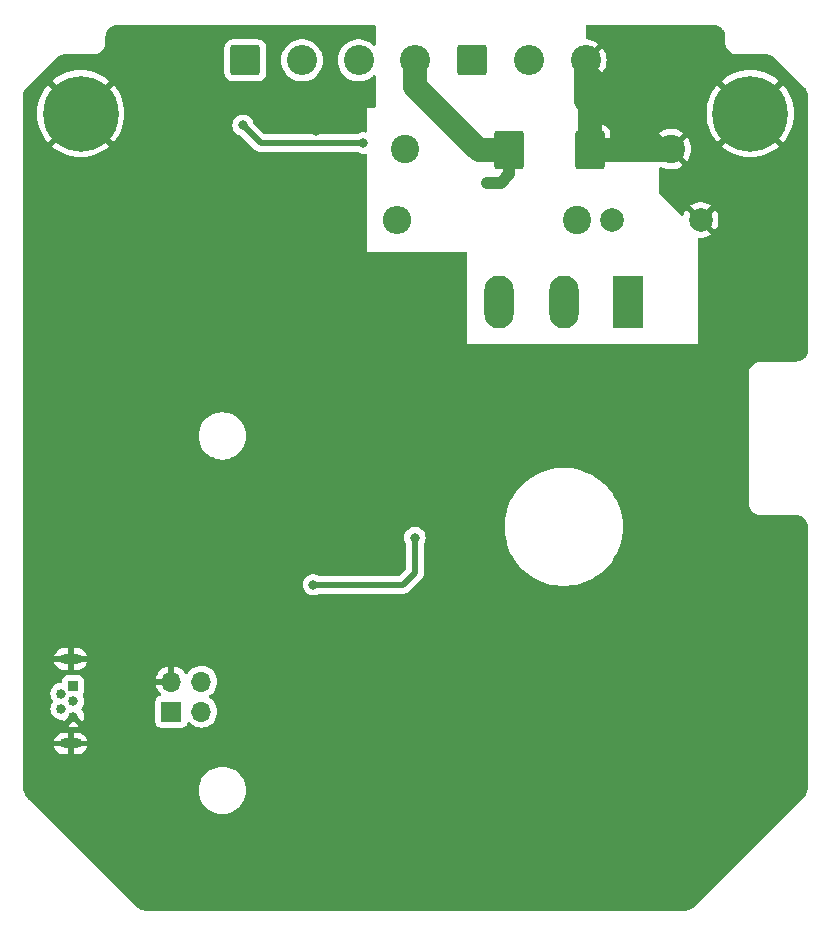
<source format=gbr>
%TF.GenerationSoftware,KiCad,Pcbnew,7.0.1*%
%TF.CreationDate,2024-04-13T10:55:35+02:00*%
%TF.ProjectId,Zuendung,5a75656e-6475-46e6-972e-6b696361645f,rev?*%
%TF.SameCoordinates,Original*%
%TF.FileFunction,Copper,L2,Bot*%
%TF.FilePolarity,Positive*%
%FSLAX46Y46*%
G04 Gerber Fmt 4.6, Leading zero omitted, Abs format (unit mm)*
G04 Created by KiCad (PCBNEW 7.0.1) date 2024-04-13 10:55:35*
%MOMM*%
%LPD*%
G01*
G04 APERTURE LIST*
G04 Aperture macros list*
%AMRoundRect*
0 Rectangle with rounded corners*
0 $1 Rounding radius*
0 $2 $3 $4 $5 $6 $7 $8 $9 X,Y pos of 4 corners*
0 Add a 4 corners polygon primitive as box body*
4,1,4,$2,$3,$4,$5,$6,$7,$8,$9,$2,$3,0*
0 Add four circle primitives for the rounded corners*
1,1,$1+$1,$2,$3*
1,1,$1+$1,$4,$5*
1,1,$1+$1,$6,$7*
1,1,$1+$1,$8,$9*
0 Add four rect primitives between the rounded corners*
20,1,$1+$1,$2,$3,$4,$5,0*
20,1,$1+$1,$4,$5,$6,$7,0*
20,1,$1+$1,$6,$7,$8,$9,0*
20,1,$1+$1,$8,$9,$2,$3,0*%
G04 Aperture macros list end*
%TA.AperFunction,ComponentPad*%
%ADD10R,1.700000X1.700000*%
%TD*%
%TA.AperFunction,ComponentPad*%
%ADD11O,1.700000X1.700000*%
%TD*%
%TA.AperFunction,ComponentPad*%
%ADD12RoundRect,0.249999X-1.025001X-1.025001X1.025001X-1.025001X1.025001X1.025001X-1.025001X1.025001X0*%
%TD*%
%TA.AperFunction,ComponentPad*%
%ADD13C,2.550000*%
%TD*%
%TA.AperFunction,ComponentPad*%
%ADD14R,2.500000X4.500000*%
%TD*%
%TA.AperFunction,ComponentPad*%
%ADD15O,2.500000X4.500000*%
%TD*%
%TA.AperFunction,ComponentPad*%
%ADD16C,2.000000*%
%TD*%
%TA.AperFunction,ComponentPad*%
%ADD17C,0.800000*%
%TD*%
%TA.AperFunction,ComponentPad*%
%ADD18C,6.400000*%
%TD*%
%TA.AperFunction,ComponentPad*%
%ADD19R,0.840000X0.840000*%
%TD*%
%TA.AperFunction,ComponentPad*%
%ADD20C,0.840000*%
%TD*%
%TA.AperFunction,ComponentPad*%
%ADD21O,1.850000X0.850000*%
%TD*%
%TA.AperFunction,ComponentPad*%
%ADD22C,2.400000*%
%TD*%
%TA.AperFunction,ComponentPad*%
%ADD23O,2.400000X2.400000*%
%TD*%
%TA.AperFunction,SMDPad,CuDef*%
%ADD24RoundRect,0.250000X-1.000000X1.400000X-1.000000X-1.400000X1.000000X-1.400000X1.000000X1.400000X0*%
%TD*%
%TA.AperFunction,ViaPad*%
%ADD25C,0.800000*%
%TD*%
%TA.AperFunction,Conductor*%
%ADD26C,2.000000*%
%TD*%
%TA.AperFunction,Conductor*%
%ADD27C,1.000000*%
%TD*%
%TA.AperFunction,Conductor*%
%ADD28C,0.500000*%
%TD*%
G04 APERTURE END LIST*
D10*
%TO.P,J2,1,Pin_1*%
%TO.N,+3V3*%
X112685000Y-130640000D03*
D11*
%TO.P,J2,2,Pin_2*%
%TO.N,GND*%
X112685000Y-128100000D03*
%TO.P,J2,3,Pin_3*%
%TO.N,/SWCLK*%
X115225000Y-130640000D03*
%TO.P,J2,4,Pin_4*%
%TO.N,/SWDIO*%
X115225000Y-128100000D03*
%TD*%
D12*
%TO.P,J5,1,Pin_1*%
%TO.N,Ignition*%
X138150000Y-75500000D03*
D13*
%TO.P,J5,2,Pin_2*%
X142950000Y-75500000D03*
%TO.P,J5,3,Pin_3*%
%TO.N,GND*%
X147750000Y-75500000D03*
%TD*%
D14*
%TO.P,Q3,1,G*%
%TO.N,Net-(Q3-G)*%
X151350000Y-96000000D03*
D15*
%TO.P,Q3,2,D*%
%TO.N,Ignition*%
X145900000Y-96000000D03*
%TO.P,Q3,3,S*%
%TO.N,Net-(Q3-S)*%
X140450000Y-96000000D03*
%TD*%
D16*
%TO.P,C8,1*%
%TO.N,GND*%
X157500000Y-89000000D03*
%TO.P,C8,2*%
%TO.N,Ignition*%
X150000000Y-89000000D03*
%TD*%
D17*
%TO.P,H1,1,1*%
%TO.N,GND*%
X102600000Y-80000000D03*
X103302944Y-78302944D03*
X103302944Y-81697056D03*
X105000000Y-77600000D03*
D18*
X105000000Y-80000000D03*
D17*
X105000000Y-82400000D03*
X106697056Y-78302944D03*
X106697056Y-81697056D03*
X107400000Y-80000000D03*
%TD*%
D19*
%TO.P,J3,1,VBUS*%
%TO.N,VBUS*%
X104375000Y-128462500D03*
D20*
%TO.P,J3,2,D-*%
%TO.N,/D-*%
X103375000Y-129112500D03*
%TO.P,J3,3,D+*%
%TO.N,/D+*%
X104375000Y-129762500D03*
%TO.P,J3,4,ID*%
%TO.N,unconnected-(J3-ID-Pad4)*%
X103375000Y-130412500D03*
%TO.P,J3,5,GND*%
%TO.N,GND*%
X104375000Y-131062500D03*
D21*
%TO.P,J3,6,Shield*%
X104155000Y-126187500D03*
X104155000Y-133337500D03*
%TD*%
D22*
%TO.P,R6,1*%
%TO.N,Ignition*%
X147000000Y-89000000D03*
D23*
%TO.P,R6,2*%
%TO.N,Net-(C7-Pad2)*%
X131760000Y-89000000D03*
%TD*%
D12*
%TO.P,J1,1,Pin_1*%
%TO.N,SpeedSignalPlus*%
X118950000Y-75500000D03*
D13*
%TO.P,J1,2,Pin_2*%
%TO.N,SpeedSignalMinus*%
X123750000Y-75500000D03*
%TO.P,J1,3,Pin_3*%
%TO.N,FuelRelay*%
X128550000Y-75500000D03*
%TO.P,J1,4,Pin_4*%
%TO.N,VCC*%
X133350000Y-75500000D03*
%TD*%
D22*
%TO.P,C7,1*%
%TO.N,GND*%
X155000000Y-83000000D03*
%TO.P,C7,2*%
%TO.N,Net-(C7-Pad2)*%
X132500000Y-83000000D03*
%TD*%
D17*
%TO.P,H2,1,1*%
%TO.N,GND*%
X159300000Y-80000000D03*
X160002944Y-78302944D03*
X160002944Y-81697056D03*
X161700000Y-77600000D03*
D18*
X161700000Y-80000000D03*
D17*
X161700000Y-82400000D03*
X163397056Y-78302944D03*
X163397056Y-81697056D03*
X164100000Y-80000000D03*
%TD*%
D24*
%TO.P,D5,1,K*%
%TO.N,VCC*%
X141300000Y-83100000D03*
%TO.P,D5,2,A*%
%TO.N,GND*%
X148100000Y-83100000D03*
%TD*%
D25*
%TO.N,GND*%
X143500000Y-107750000D03*
X143250000Y-105750000D03*
X142250000Y-108000000D03*
X142500000Y-106750000D03*
X142000000Y-105750000D03*
X131500000Y-92300000D03*
X129625000Y-131700000D03*
X130300000Y-95100000D03*
X131500000Y-96400000D03*
X118700000Y-123300000D03*
X117100000Y-92100000D03*
X127100000Y-123700000D03*
X127600000Y-85200000D03*
X124900000Y-77800000D03*
X111000000Y-127500000D03*
X126600000Y-93600000D03*
X126200000Y-74800000D03*
X124575000Y-109100000D03*
X117400000Y-121000000D03*
X120000000Y-87300000D03*
X126800000Y-87600000D03*
X120125000Y-119249500D03*
X132600000Y-93700000D03*
X134800000Y-92300000D03*
X135900000Y-92300000D03*
X137200000Y-93700000D03*
X121300000Y-81200000D03*
X135000000Y-107700000D03*
X127600000Y-84000000D03*
X130300000Y-92300000D03*
X110500000Y-128400000D03*
X127600000Y-90500000D03*
X121900000Y-86100000D03*
X117500000Y-123600000D03*
X117400000Y-119700000D03*
X125175000Y-114400000D03*
X129625000Y-132700000D03*
X133900000Y-127100000D03*
X126200000Y-75700000D03*
X136000000Y-93700000D03*
X110100000Y-127500000D03*
X133700000Y-93700000D03*
X124900000Y-110500000D03*
X123500000Y-123600000D03*
X118200000Y-90800000D03*
X123600000Y-115400000D03*
X127700000Y-79700000D03*
X126375000Y-110500000D03*
X132425000Y-129500000D03*
X108800000Y-125100000D03*
X130600000Y-98800000D03*
X107400000Y-124200000D03*
X127100000Y-125800000D03*
X130600000Y-116000000D03*
X121800000Y-85000000D03*
X122350000Y-81200000D03*
X134100000Y-128100000D03*
X127700000Y-77600000D03*
X107400000Y-125300000D03*
X123500000Y-109100000D03*
X131700000Y-116000000D03*
X125000000Y-79700000D03*
X134100000Y-107700000D03*
X123600000Y-114100000D03*
X127100000Y-127700000D03*
X127500000Y-95100000D03*
X131975000Y-100150000D03*
X118800000Y-124900000D03*
X123900000Y-127800000D03*
X130600000Y-100900000D03*
X134900000Y-106700000D03*
X131500000Y-93700000D03*
X126900000Y-89000000D03*
X107967299Y-127462000D03*
X126200000Y-76600000D03*
X133700000Y-92300000D03*
X132600000Y-92300000D03*
X121800000Y-83900000D03*
X126600000Y-95100000D03*
X115300000Y-120000000D03*
X130300000Y-96400000D03*
X133700000Y-129200000D03*
X117200000Y-122300000D03*
X134000000Y-106700000D03*
X123900000Y-125800000D03*
X121900000Y-87050000D03*
X123600000Y-112600000D03*
X127700000Y-81000000D03*
X115300000Y-118800000D03*
X131500000Y-95100000D03*
X129000000Y-116100000D03*
X130300000Y-93700000D03*
X133900000Y-126000000D03*
X124900000Y-81500000D03*
X134900000Y-93700000D03*
X137200000Y-92300000D03*
X125200000Y-115400000D03*
X117100000Y-124700000D03*
X127500000Y-116100000D03*
X123600000Y-111200000D03*
%TO.N,VCC*%
X118750000Y-81000000D03*
X128950000Y-82500000D03*
X139400000Y-85850000D03*
%TO.N,+3V3*%
X124700000Y-119900000D03*
X133300000Y-115900000D03*
%TD*%
D26*
%TO.N,GND*%
X154900000Y-83100000D02*
X155000000Y-83000000D01*
X148100000Y-79300000D02*
X147750000Y-78950000D01*
X147750000Y-78950000D02*
X147750000Y-75500000D01*
X148100000Y-83100000D02*
X154900000Y-83100000D01*
X148100000Y-83100000D02*
X148100000Y-79300000D01*
D27*
%TO.N,VCC*%
X141300000Y-85150000D02*
X140600000Y-85850000D01*
X141300000Y-83100000D02*
X141300000Y-85150000D01*
D26*
X133350000Y-77750000D02*
X133350000Y-75500000D01*
D28*
X120250000Y-82500000D02*
X128950000Y-82500000D01*
D26*
X138700000Y-83100000D02*
X133350000Y-77750000D01*
D27*
X140600000Y-85850000D02*
X139400000Y-85850000D01*
D28*
X118750000Y-81000000D02*
X120250000Y-82500000D01*
D26*
X141300000Y-83100000D02*
X138700000Y-83100000D01*
D28*
%TO.N,+3V3*%
X133300000Y-118900000D02*
X133300000Y-115900000D01*
X132300000Y-119900000D02*
X133300000Y-118900000D01*
X124700000Y-119900000D02*
X132300000Y-119900000D01*
%TD*%
%TA.AperFunction,Conductor*%
%TO.N,GND*%
G36*
X129938000Y-72517113D02*
G01*
X129983387Y-72562500D01*
X130000000Y-72624500D01*
X130000000Y-74139126D01*
X129986903Y-74194593D01*
X129950378Y-74238343D01*
X129898141Y-74261133D01*
X129841227Y-74258150D01*
X129791658Y-74230024D01*
X129660112Y-74107966D01*
X129556629Y-74037413D01*
X129440240Y-73958060D01*
X129440237Y-73958059D01*
X129440235Y-73958057D01*
X129200484Y-73842599D01*
X128946193Y-73764160D01*
X128683055Y-73724500D01*
X128416945Y-73724500D01*
X128153806Y-73764160D01*
X127899518Y-73842599D01*
X127659760Y-73958060D01*
X127439890Y-74107964D01*
X127244817Y-74288966D01*
X127078895Y-74497023D01*
X126945844Y-74727477D01*
X126848623Y-74975192D01*
X126789406Y-75234635D01*
X126769520Y-75500000D01*
X126789406Y-75765364D01*
X126848623Y-76024807D01*
X126945844Y-76272522D01*
X127078895Y-76502976D01*
X127218313Y-76677798D01*
X127244817Y-76711033D01*
X127439890Y-76892035D01*
X127659761Y-77041940D01*
X127899518Y-77157401D01*
X128153806Y-77235839D01*
X128416945Y-77275500D01*
X128683055Y-77275500D01*
X128946194Y-77235839D01*
X129200482Y-77157401D01*
X129440240Y-77041940D01*
X129660110Y-76892035D01*
X129718017Y-76838304D01*
X129791658Y-76769976D01*
X129841227Y-76741850D01*
X129898141Y-76738867D01*
X129950378Y-76761657D01*
X129986903Y-76805407D01*
X130000000Y-76860874D01*
X130000000Y-79376000D01*
X129983387Y-79438000D01*
X129938000Y-79483387D01*
X129876000Y-79500000D01*
X129250000Y-79500000D01*
X129250000Y-81490022D01*
X129237921Y-81543405D01*
X129204036Y-81586388D01*
X129154947Y-81610596D01*
X129100219Y-81611312D01*
X129044648Y-81599500D01*
X129044646Y-81599500D01*
X128855354Y-81599500D01*
X128855352Y-81599500D01*
X128670197Y-81638855D01*
X128497271Y-81715847D01*
X128483550Y-81725817D01*
X128448982Y-81743431D01*
X128410663Y-81749500D01*
X120612230Y-81749500D01*
X120564777Y-81740061D01*
X120524549Y-81713181D01*
X119662771Y-80851403D01*
X119632521Y-80802040D01*
X119577179Y-80631715D01*
X119482533Y-80467783D01*
X119355870Y-80327110D01*
X119202730Y-80215848D01*
X119029802Y-80138855D01*
X118844648Y-80099500D01*
X118844646Y-80099500D01*
X118655354Y-80099500D01*
X118655352Y-80099500D01*
X118470197Y-80138855D01*
X118297269Y-80215848D01*
X118144129Y-80327110D01*
X118017466Y-80467783D01*
X117922820Y-80631715D01*
X117864326Y-80811742D01*
X117844540Y-81000000D01*
X117864326Y-81188257D01*
X117922820Y-81368284D01*
X118017466Y-81532216D01*
X118144129Y-81672889D01*
X118297269Y-81784151D01*
X118470193Y-81861143D01*
X118470196Y-81861143D01*
X118470197Y-81861144D01*
X118535330Y-81874987D01*
X118568716Y-81887304D01*
X118597230Y-81908597D01*
X119674267Y-82985634D01*
X119686048Y-82999266D01*
X119700387Y-83018526D01*
X119700390Y-83018530D01*
X119738355Y-83050386D01*
X119746317Y-83057684D01*
X119750224Y-83061591D01*
X119774542Y-83080819D01*
X119777298Y-83083063D01*
X119834786Y-83131302D01*
X119834788Y-83131303D01*
X119835757Y-83132116D01*
X119852177Y-83142576D01*
X119853321Y-83143109D01*
X119853323Y-83143111D01*
X119921357Y-83174835D01*
X119924456Y-83176335D01*
X119988879Y-83208690D01*
X119992704Y-83210611D01*
X120011084Y-83216998D01*
X120012321Y-83217253D01*
X120012327Y-83217256D01*
X120085862Y-83232439D01*
X120089209Y-83233181D01*
X120162279Y-83250500D01*
X120162281Y-83250500D01*
X120163505Y-83250790D01*
X120182876Y-83252769D01*
X120184140Y-83252732D01*
X120184144Y-83252733D01*
X120259110Y-83250552D01*
X120262716Y-83250500D01*
X128410663Y-83250500D01*
X128448982Y-83256569D01*
X128483550Y-83274183D01*
X128497271Y-83284152D01*
X128670197Y-83361144D01*
X128855352Y-83400500D01*
X128855354Y-83400500D01*
X129044646Y-83400500D01*
X129044648Y-83400500D01*
X129100219Y-83388688D01*
X129154947Y-83389404D01*
X129204036Y-83413612D01*
X129237921Y-83456595D01*
X129250000Y-83509978D01*
X129250000Y-91750000D01*
X137626000Y-91750000D01*
X137688000Y-91766613D01*
X137733387Y-91812000D01*
X137750000Y-91874000D01*
X137750000Y-99500000D01*
X157250000Y-99500000D01*
X157250000Y-90624000D01*
X157266613Y-90562000D01*
X157312000Y-90516613D01*
X157374000Y-90500000D01*
X157624293Y-90500000D01*
X157869493Y-90459083D01*
X158104606Y-90378368D01*
X158323233Y-90260053D01*
X158370056Y-90223609D01*
X157500000Y-89353553D01*
X157146448Y-89000001D01*
X157853553Y-89000001D01*
X158723434Y-89869882D01*
X158823730Y-89716369D01*
X158923586Y-89488721D01*
X158984613Y-89247732D01*
X159005141Y-89000000D01*
X158984613Y-88752267D01*
X158923586Y-88511278D01*
X158823730Y-88283630D01*
X158723434Y-88130116D01*
X157853553Y-89000000D01*
X157853553Y-89000001D01*
X157146448Y-89000001D01*
X156276564Y-88130116D01*
X156176266Y-88283634D01*
X156076411Y-88511283D01*
X156066307Y-88551182D01*
X156034683Y-88607512D01*
X155979019Y-88640291D01*
X155914421Y-88640624D01*
X155858421Y-88608421D01*
X155026390Y-87776390D01*
X156629942Y-87776390D01*
X157500000Y-88646447D01*
X157500001Y-88646447D01*
X158370057Y-87776390D01*
X158370056Y-87776388D01*
X158323235Y-87739947D01*
X158104606Y-87621631D01*
X157869493Y-87540916D01*
X157624293Y-87500000D01*
X157375707Y-87500000D01*
X157130506Y-87540916D01*
X156895393Y-87621631D01*
X156676764Y-87739946D01*
X156629942Y-87776388D01*
X156629942Y-87776390D01*
X155026390Y-87776390D01*
X154036319Y-86786319D01*
X154009439Y-86746091D01*
X154000000Y-86698638D01*
X154000000Y-84602628D01*
X154015472Y-84542647D01*
X154058028Y-84497634D01*
X154117047Y-84478823D01*
X154177802Y-84490908D01*
X154377179Y-84586922D01*
X154620654Y-84662025D01*
X154872603Y-84700000D01*
X155127397Y-84700000D01*
X155379345Y-84662025D01*
X155622823Y-84586921D01*
X155852383Y-84476372D01*
X156013185Y-84366737D01*
X155000000Y-83353553D01*
X154646447Y-83000000D01*
X155353553Y-83000000D01*
X156366545Y-84012993D01*
X156366546Y-84012992D01*
X156408545Y-83960328D01*
X156535942Y-83739669D01*
X156629028Y-83502491D01*
X156685726Y-83254080D01*
X156704767Y-82999999D01*
X156688947Y-82788903D01*
X159264648Y-82788903D01*
X159264649Y-82788904D01*
X159522207Y-82997469D01*
X159847456Y-83208690D01*
X160193009Y-83384757D01*
X160555068Y-83523739D01*
X160929674Y-83624114D01*
X161312711Y-83684780D01*
X161699999Y-83705077D01*
X162087288Y-83684780D01*
X162470325Y-83624114D01*
X162844931Y-83523739D01*
X163206990Y-83384757D01*
X163552543Y-83208690D01*
X163877786Y-82997473D01*
X164135349Y-82788902D01*
X161700000Y-80353553D01*
X159264648Y-82788903D01*
X156688947Y-82788903D01*
X156685726Y-82745919D01*
X156629028Y-82497508D01*
X156535942Y-82260330D01*
X156408545Y-82039671D01*
X156366546Y-81987005D01*
X155353553Y-83000000D01*
X154646447Y-83000000D01*
X153633453Y-81987006D01*
X153591453Y-82039673D01*
X153464057Y-82260331D01*
X153370971Y-82497508D01*
X153314273Y-82745919D01*
X153295232Y-82999999D01*
X153314273Y-83254080D01*
X153370971Y-83502491D01*
X153464057Y-83739669D01*
X153506972Y-83814000D01*
X153523585Y-83876000D01*
X153506972Y-83938000D01*
X153461585Y-83983387D01*
X153399585Y-84000000D01*
X149974000Y-84000000D01*
X149912000Y-83983387D01*
X149866613Y-83938000D01*
X149850000Y-83876000D01*
X149850000Y-83350000D01*
X147974000Y-83350000D01*
X147912000Y-83333387D01*
X147866613Y-83288000D01*
X147850000Y-83226000D01*
X147850000Y-80950001D01*
X147849999Y-80950000D01*
X148350000Y-80950000D01*
X148350000Y-82850000D01*
X149849999Y-82850000D01*
X149849999Y-81650021D01*
X149848287Y-81633261D01*
X153986813Y-81633261D01*
X155000000Y-82646447D01*
X155000001Y-82646447D01*
X156013185Y-81633261D01*
X155852379Y-81523625D01*
X155622823Y-81413078D01*
X155379345Y-81337974D01*
X155127397Y-81300000D01*
X154872603Y-81300000D01*
X154620654Y-81337974D01*
X154377179Y-81413077D01*
X154147615Y-81523628D01*
X153986813Y-81633261D01*
X149848287Y-81633261D01*
X149839506Y-81547304D01*
X149784357Y-81380877D01*
X149692316Y-81231654D01*
X149568345Y-81107683D01*
X149419122Y-81015642D01*
X149252696Y-80960493D01*
X149149979Y-80950000D01*
X148350000Y-80950000D01*
X147849999Y-80950000D01*
X147841215Y-80941216D01*
X147812000Y-80933388D01*
X147766613Y-80888001D01*
X147750000Y-80826001D01*
X147750000Y-80000000D01*
X157994922Y-80000000D01*
X158015219Y-80387288D01*
X158075885Y-80770325D01*
X158176260Y-81144931D01*
X158315242Y-81506990D01*
X158491309Y-81852543D01*
X158702530Y-82177792D01*
X158911095Y-82435350D01*
X158911096Y-82435350D01*
X161346447Y-80000001D01*
X162053553Y-80000001D01*
X164488902Y-82435349D01*
X164697473Y-82177786D01*
X164908690Y-81852543D01*
X165084757Y-81506990D01*
X165223739Y-81144931D01*
X165324114Y-80770325D01*
X165384780Y-80387288D01*
X165405077Y-80000000D01*
X165384780Y-79612711D01*
X165324114Y-79229674D01*
X165223739Y-78855068D01*
X165084757Y-78493009D01*
X164908690Y-78147456D01*
X164697469Y-77822207D01*
X164488904Y-77564649D01*
X164488903Y-77564648D01*
X162053553Y-80000000D01*
X162053553Y-80000001D01*
X161346447Y-80000001D01*
X161346447Y-80000000D01*
X158911096Y-77564648D01*
X158702526Y-77822214D01*
X158491309Y-78147456D01*
X158315242Y-78493009D01*
X158176260Y-78855068D01*
X158075885Y-79229674D01*
X158015219Y-79612711D01*
X157994922Y-80000000D01*
X147750000Y-80000000D01*
X147750000Y-77399000D01*
X147766613Y-77337000D01*
X147812000Y-77291613D01*
X147874000Y-77275000D01*
X147883019Y-77275000D01*
X148146083Y-77235348D01*
X148224707Y-77211096D01*
X159264648Y-77211096D01*
X161700000Y-79646447D01*
X161700001Y-79646447D01*
X164135350Y-77211096D01*
X164135350Y-77211095D01*
X163877792Y-77002530D01*
X163552543Y-76791309D01*
X163206990Y-76615242D01*
X162844931Y-76476260D01*
X162470325Y-76375885D01*
X162087288Y-76315219D01*
X161700000Y-76294922D01*
X161312711Y-76315219D01*
X160929674Y-76375885D01*
X160555068Y-76476260D01*
X160193009Y-76615242D01*
X159847456Y-76791309D01*
X159522214Y-77002526D01*
X159264648Y-77211096D01*
X148224707Y-77211096D01*
X148400297Y-77156934D01*
X148639991Y-77041503D01*
X148817158Y-76920711D01*
X147786319Y-75889872D01*
X147759439Y-75849644D01*
X147750000Y-75802191D01*
X147750000Y-75500001D01*
X148103553Y-75500001D01*
X149169914Y-76566361D01*
X149169915Y-76566360D01*
X149220686Y-76502696D01*
X149353704Y-76272301D01*
X149450897Y-76024659D01*
X149510096Y-75765290D01*
X149529977Y-75500000D01*
X149510096Y-75234709D01*
X149450897Y-74975340D01*
X149353704Y-74727699D01*
X149220684Y-74497300D01*
X149169915Y-74433637D01*
X148103553Y-75500000D01*
X148103553Y-75500001D01*
X147750000Y-75500001D01*
X147750000Y-75197809D01*
X147759439Y-75150356D01*
X147786319Y-75110128D01*
X148817158Y-74079287D01*
X148639986Y-73958493D01*
X148400297Y-73843065D01*
X148146083Y-73764651D01*
X147883019Y-73725000D01*
X147874000Y-73725000D01*
X147812000Y-73708387D01*
X147766613Y-73663000D01*
X147750000Y-73601000D01*
X147750000Y-72624500D01*
X147766613Y-72562500D01*
X147812000Y-72517113D01*
X147874000Y-72500500D01*
X158594587Y-72500500D01*
X158605392Y-72500972D01*
X158617433Y-72502025D01*
X158644880Y-72504426D01*
X158645961Y-72504526D01*
X158771776Y-72516918D01*
X158791685Y-72520541D01*
X158856467Y-72537899D01*
X158860203Y-72538966D01*
X158951570Y-72566682D01*
X158967959Y-72572952D01*
X159033867Y-72603686D01*
X159039867Y-72606685D01*
X159073196Y-72624500D01*
X159119046Y-72649008D01*
X159131715Y-72656791D01*
X159192889Y-72699625D01*
X159200430Y-72705346D01*
X159268455Y-72761172D01*
X159277472Y-72769345D01*
X159330653Y-72822526D01*
X159338826Y-72831543D01*
X159394652Y-72899568D01*
X159400373Y-72907109D01*
X159443207Y-72968283D01*
X159450990Y-72980952D01*
X159493304Y-73060114D01*
X159496328Y-73066163D01*
X159527041Y-73132027D01*
X159533319Y-73148436D01*
X159561008Y-73239713D01*
X159562123Y-73243616D01*
X159579454Y-73308298D01*
X159583082Y-73328238D01*
X159595456Y-73453882D01*
X159595581Y-73455223D01*
X159599028Y-73494604D01*
X159599500Y-73505416D01*
X159599500Y-74087533D01*
X159629583Y-74258150D01*
X159629899Y-74259938D01*
X159659712Y-74341849D01*
X159689776Y-74424447D01*
X159731676Y-74497020D01*
X159777308Y-74576055D01*
X159889837Y-74710163D01*
X160023945Y-74822692D01*
X160125147Y-74881121D01*
X160150826Y-74900826D01*
X160250000Y-75000000D01*
X160498784Y-75000000D01*
X160504502Y-75000500D01*
X160512468Y-75000500D01*
X160599901Y-75000500D01*
X160600000Y-75000500D01*
X160600500Y-75000500D01*
X163095126Y-75000500D01*
X163104853Y-75000882D01*
X163107020Y-75001052D01*
X163124104Y-75002397D01*
X163126450Y-75002605D01*
X163266185Y-75016367D01*
X163282960Y-75019193D01*
X163337235Y-75032223D01*
X163344260Y-75034129D01*
X163441893Y-75063746D01*
X163453344Y-75067844D01*
X163509284Y-75091015D01*
X163520272Y-75096211D01*
X163610282Y-75144322D01*
X163616565Y-75147924D01*
X163664157Y-75177088D01*
X163678019Y-75186953D01*
X163691247Y-75197809D01*
X163723135Y-75223979D01*
X163732151Y-75232151D01*
X166367847Y-77867847D01*
X166376020Y-77876864D01*
X166413037Y-77921970D01*
X166422909Y-77935843D01*
X166452067Y-77983423D01*
X166455699Y-77989761D01*
X166503786Y-78079725D01*
X166508989Y-78090726D01*
X166532152Y-78146647D01*
X166536252Y-78158104D01*
X166565869Y-78255740D01*
X166567782Y-78262788D01*
X166580802Y-78317020D01*
X166583631Y-78333812D01*
X166597390Y-78473503D01*
X166597605Y-78475927D01*
X166599118Y-78495147D01*
X166599500Y-78504878D01*
X166599500Y-99994584D01*
X166599028Y-100005397D01*
X166595581Y-100044776D01*
X166595456Y-100046116D01*
X166583082Y-100171760D01*
X166579454Y-100191700D01*
X166562123Y-100256382D01*
X166561008Y-100260285D01*
X166533319Y-100351562D01*
X166527041Y-100367971D01*
X166496328Y-100433835D01*
X166493304Y-100439884D01*
X166450990Y-100519046D01*
X166443207Y-100531715D01*
X166400373Y-100592889D01*
X166394652Y-100600430D01*
X166338826Y-100668455D01*
X166330653Y-100677472D01*
X166277472Y-100730653D01*
X166268455Y-100738826D01*
X166200430Y-100794652D01*
X166192889Y-100800373D01*
X166131715Y-100843207D01*
X166119046Y-100850990D01*
X166039884Y-100893304D01*
X166033835Y-100896328D01*
X165967971Y-100927041D01*
X165951562Y-100933319D01*
X165860285Y-100961008D01*
X165856382Y-100962123D01*
X165791700Y-100979454D01*
X165771760Y-100983082D01*
X165646116Y-100995456D01*
X165644776Y-100995581D01*
X165609760Y-100998646D01*
X165605392Y-100999028D01*
X165594584Y-100999500D01*
X162512467Y-100999500D01*
X162340064Y-101029898D01*
X162175552Y-101089776D01*
X162023945Y-101177307D01*
X161889837Y-101289837D01*
X161777307Y-101423945D01*
X161689776Y-101575552D01*
X161629898Y-101740064D01*
X161599500Y-101912467D01*
X161599500Y-113087533D01*
X161626965Y-113243302D01*
X161629899Y-113259938D01*
X161689775Y-113424445D01*
X161777308Y-113576055D01*
X161889837Y-113710163D01*
X162023945Y-113822692D01*
X162175555Y-113910225D01*
X162340062Y-113970101D01*
X162420676Y-113984315D01*
X162512467Y-114000500D01*
X162512468Y-114000500D01*
X162599901Y-114000500D01*
X162600000Y-114000500D01*
X162600500Y-114000500D01*
X165594587Y-114000500D01*
X165605392Y-114000972D01*
X165617433Y-114002025D01*
X165644880Y-114004426D01*
X165645961Y-114004526D01*
X165771776Y-114016918D01*
X165791685Y-114020541D01*
X165856467Y-114037899D01*
X165860203Y-114038966D01*
X165951570Y-114066682D01*
X165967959Y-114072952D01*
X166033867Y-114103686D01*
X166039867Y-114106685D01*
X166082639Y-114129548D01*
X166119046Y-114149008D01*
X166131715Y-114156791D01*
X166192889Y-114199625D01*
X166200430Y-114205346D01*
X166268455Y-114261172D01*
X166277472Y-114269345D01*
X166330653Y-114322526D01*
X166338826Y-114331543D01*
X166394652Y-114399568D01*
X166400373Y-114407109D01*
X166443207Y-114468283D01*
X166450990Y-114480952D01*
X166493304Y-114560114D01*
X166496328Y-114566163D01*
X166527041Y-114632027D01*
X166533319Y-114648436D01*
X166561008Y-114739713D01*
X166562123Y-114743616D01*
X166579454Y-114808298D01*
X166583082Y-114828238D01*
X166595456Y-114953882D01*
X166595581Y-114955223D01*
X166599028Y-114994604D01*
X166599500Y-115005416D01*
X166599500Y-136895944D01*
X166599234Y-136904059D01*
X166597063Y-136937162D01*
X166596947Y-136938775D01*
X166582671Y-137120178D01*
X166580670Y-137134641D01*
X166564772Y-137214565D01*
X166563729Y-137219321D01*
X166532682Y-137348642D01*
X166529527Y-137359554D01*
X166500829Y-137444095D01*
X166497971Y-137451689D01*
X166449328Y-137569123D01*
X166445979Y-137576514D01*
X166406495Y-137656580D01*
X166401011Y-137666525D01*
X166331512Y-137779938D01*
X166328886Y-137784040D01*
X166283620Y-137851785D01*
X166274809Y-137863425D01*
X166156706Y-138001707D01*
X166155642Y-138002936D01*
X166133688Y-138027969D01*
X166128142Y-138033890D01*
X157133885Y-147028147D01*
X157127962Y-147033695D01*
X157102928Y-147055649D01*
X157101701Y-147056711D01*
X156963425Y-147174809D01*
X156951784Y-147183621D01*
X156884044Y-147228883D01*
X156879944Y-147231507D01*
X156766518Y-147301015D01*
X156756571Y-147306500D01*
X156676527Y-147345973D01*
X156669136Y-147349322D01*
X156551680Y-147397973D01*
X156544086Y-147400831D01*
X156459565Y-147429522D01*
X156448655Y-147432677D01*
X156319297Y-147463734D01*
X156314541Y-147464777D01*
X156234648Y-147480669D01*
X156220185Y-147482670D01*
X156038755Y-147496949D01*
X156037139Y-147497065D01*
X156004058Y-147499234D01*
X155995945Y-147499500D01*
X110704056Y-147499500D01*
X110695942Y-147499234D01*
X110662837Y-147497063D01*
X110661223Y-147496947D01*
X110479820Y-147482671D01*
X110465357Y-147480670D01*
X110385433Y-147464772D01*
X110380677Y-147463729D01*
X110251356Y-147432682D01*
X110240444Y-147429527D01*
X110155903Y-147400829D01*
X110148309Y-147397971D01*
X110030875Y-147349328D01*
X110023484Y-147345979D01*
X109943418Y-147306495D01*
X109933473Y-147301011D01*
X109820060Y-147231512D01*
X109815958Y-147228886D01*
X109748213Y-147183620D01*
X109736572Y-147174808D01*
X109598260Y-147056678D01*
X109597033Y-147055616D01*
X109572029Y-147033688D01*
X109566107Y-147028141D01*
X100571856Y-138033890D01*
X100566309Y-138027968D01*
X100544359Y-138002939D01*
X100543297Y-138001711D01*
X100425190Y-137863425D01*
X100416384Y-137851793D01*
X100371105Y-137784028D01*
X100368491Y-137779944D01*
X100368487Y-137779938D01*
X100298977Y-137666508D01*
X100293503Y-137656580D01*
X100254017Y-137576511D01*
X100250684Y-137569154D01*
X100202025Y-137451680D01*
X100199167Y-137444086D01*
X100170476Y-137359565D01*
X100167321Y-137348655D01*
X100167318Y-137348642D01*
X100155640Y-137299999D01*
X114994389Y-137299999D01*
X115014804Y-137585429D01*
X115075629Y-137865041D01*
X115075631Y-137865046D01*
X115127061Y-138002936D01*
X115175634Y-138133163D01*
X115312772Y-138384313D01*
X115398517Y-138498854D01*
X115484261Y-138613395D01*
X115686605Y-138815739D01*
X115858415Y-138944354D01*
X115915686Y-138987227D01*
X116055435Y-139063535D01*
X116166839Y-139124367D01*
X116434954Y-139224369D01*
X116434957Y-139224369D01*
X116434958Y-139224370D01*
X116487217Y-139235738D01*
X116714572Y-139285196D01*
X116912068Y-139299321D01*
X116928551Y-139300500D01*
X116928552Y-139300500D01*
X117071448Y-139300500D01*
X117071449Y-139300500D01*
X117086753Y-139299405D01*
X117285428Y-139285196D01*
X117565046Y-139224369D01*
X117833161Y-139124367D01*
X118084315Y-138987226D01*
X118313395Y-138815739D01*
X118515739Y-138613395D01*
X118687226Y-138384315D01*
X118824367Y-138133161D01*
X118924369Y-137865046D01*
X118985196Y-137585428D01*
X119005610Y-137300000D01*
X118985196Y-137014572D01*
X118924369Y-136734954D01*
X118824367Y-136466839D01*
X118687226Y-136215685D01*
X118515739Y-135986605D01*
X118313395Y-135784261D01*
X118198855Y-135698517D01*
X118084313Y-135612772D01*
X117833163Y-135475634D01*
X117833162Y-135475633D01*
X117833161Y-135475633D01*
X117565046Y-135375631D01*
X117565041Y-135375629D01*
X117285429Y-135314804D01*
X117071449Y-135299500D01*
X117071448Y-135299500D01*
X116928552Y-135299500D01*
X116928551Y-135299500D01*
X116714570Y-135314804D01*
X116434958Y-135375629D01*
X116166836Y-135475634D01*
X115915686Y-135612772D01*
X115686602Y-135784263D01*
X115484263Y-135986602D01*
X115312772Y-136215686D01*
X115175634Y-136466836D01*
X115075629Y-136734958D01*
X115014804Y-137014570D01*
X114994389Y-137299999D01*
X100155640Y-137299999D01*
X100136254Y-137219251D01*
X100135231Y-137214588D01*
X100119326Y-137134629D01*
X100117330Y-137120205D01*
X100103042Y-136938662D01*
X100102946Y-136937332D01*
X100100765Y-136904041D01*
X100100500Y-136895935D01*
X100100500Y-133587500D01*
X102762474Y-133587500D01*
X102770427Y-133624914D01*
X102849513Y-133802547D01*
X102963805Y-133959856D01*
X103108303Y-134089963D01*
X103276695Y-134187184D01*
X103461620Y-134247269D01*
X103606528Y-134262500D01*
X103905000Y-134262500D01*
X103905000Y-133587500D01*
X104405000Y-133587500D01*
X104405000Y-134262500D01*
X104703472Y-134262500D01*
X104848379Y-134247269D01*
X105033304Y-134187184D01*
X105201696Y-134089963D01*
X105346193Y-133959856D01*
X105460486Y-133802547D01*
X105539572Y-133624913D01*
X105547526Y-133587500D01*
X104405000Y-133587500D01*
X103905000Y-133587500D01*
X102762474Y-133587500D01*
X100100500Y-133587500D01*
X100100500Y-133087500D01*
X102762474Y-133087500D01*
X103905000Y-133087500D01*
X103905000Y-132412500D01*
X104405000Y-132412500D01*
X104405000Y-133087500D01*
X105547525Y-133087500D01*
X105539572Y-133050085D01*
X105460486Y-132872452D01*
X105346194Y-132715143D01*
X105201696Y-132585036D01*
X105033304Y-132487815D01*
X104848379Y-132427730D01*
X104703472Y-132412500D01*
X104405000Y-132412500D01*
X103905000Y-132412500D01*
X103606528Y-132412500D01*
X103461620Y-132427730D01*
X103276695Y-132487815D01*
X103108303Y-132585036D01*
X102963806Y-132715143D01*
X102849513Y-132872452D01*
X102770427Y-133050086D01*
X102762474Y-133087500D01*
X100100500Y-133087500D01*
X100100500Y-131868238D01*
X103922812Y-131868238D01*
X103922813Y-131868239D01*
X104089138Y-131942292D01*
X104278302Y-131982500D01*
X104471698Y-131982500D01*
X104660861Y-131942292D01*
X104827185Y-131868239D01*
X104827185Y-131868238D01*
X104496817Y-131537869D01*
X111334500Y-131537869D01*
X111340909Y-131597484D01*
X111366056Y-131664906D01*
X111391204Y-131732331D01*
X111477454Y-131847546D01*
X111592669Y-131933796D01*
X111727517Y-131984091D01*
X111787127Y-131990500D01*
X113582872Y-131990499D01*
X113642483Y-131984091D01*
X113777331Y-131933796D01*
X113892546Y-131847546D01*
X113978796Y-131732331D01*
X114027810Y-131600916D01*
X114062789Y-131550537D01*
X114117634Y-131523084D01*
X114178927Y-131525273D01*
X114231673Y-131556569D01*
X114353599Y-131678495D01*
X114547170Y-131814035D01*
X114761337Y-131913903D01*
X114989592Y-131975063D01*
X115225000Y-131995659D01*
X115460408Y-131975063D01*
X115688663Y-131913903D01*
X115902830Y-131814035D01*
X116096401Y-131678495D01*
X116263495Y-131511401D01*
X116399035Y-131317830D01*
X116498903Y-131103663D01*
X116560063Y-130875408D01*
X116580659Y-130640000D01*
X116560063Y-130404592D01*
X116498903Y-130176337D01*
X116399035Y-129962171D01*
X116263495Y-129768599D01*
X116096401Y-129601505D01*
X115910839Y-129471573D01*
X115871974Y-129427255D01*
X115857964Y-129369999D01*
X115871975Y-129312742D01*
X115910837Y-129268428D01*
X116096401Y-129138495D01*
X116263495Y-128971401D01*
X116399035Y-128777830D01*
X116498903Y-128563663D01*
X116560063Y-128335408D01*
X116580659Y-128100000D01*
X116560063Y-127864592D01*
X116498903Y-127636337D01*
X116399035Y-127422171D01*
X116263495Y-127228599D01*
X116096401Y-127061505D01*
X115902830Y-126925965D01*
X115688663Y-126826097D01*
X115627501Y-126809709D01*
X115460407Y-126764936D01*
X115225000Y-126744340D01*
X114989592Y-126764936D01*
X114761336Y-126826097D01*
X114547170Y-126925965D01*
X114353598Y-127061505D01*
X114186508Y-127228595D01*
X114056269Y-127414596D01*
X114011951Y-127453461D01*
X113954694Y-127467472D01*
X113897437Y-127453461D01*
X113853119Y-127414595D01*
X113723109Y-127228921D01*
X113556081Y-127061893D01*
X113362576Y-126926399D01*
X113148492Y-126826569D01*
X112935000Y-126769364D01*
X112935000Y-128226000D01*
X112918387Y-128288000D01*
X112873000Y-128333387D01*
X112811000Y-128350000D01*
X111354364Y-128350000D01*
X111411569Y-128563492D01*
X111511399Y-128777576D01*
X111646893Y-128971081D01*
X111768946Y-129093134D01*
X111800242Y-129145880D01*
X111802431Y-129207173D01*
X111774978Y-129262018D01*
X111724599Y-129296997D01*
X111592669Y-129346204D01*
X111477454Y-129432454D01*
X111391204Y-129547668D01*
X111340909Y-129682516D01*
X111334500Y-129742130D01*
X111334500Y-131537869D01*
X104496817Y-131537869D01*
X104375001Y-131416053D01*
X104375000Y-131416053D01*
X103922812Y-131868238D01*
X100100500Y-131868238D01*
X100100500Y-130412500D01*
X102449430Y-130412500D01*
X102469656Y-130604938D01*
X102529449Y-130788963D01*
X102626197Y-130956536D01*
X102755673Y-131100334D01*
X102912213Y-131214066D01*
X103088985Y-131292770D01*
X103278251Y-131333000D01*
X103405453Y-131333000D01*
X103455888Y-131343720D01*
X103497603Y-131374027D01*
X103523384Y-131418681D01*
X103529908Y-131438760D01*
X103572102Y-131511842D01*
X103572103Y-131511842D01*
X103948248Y-131135697D01*
X103963037Y-131123065D01*
X103994327Y-131100333D01*
X104089042Y-130995140D01*
X104093474Y-130990471D01*
X104287318Y-130796627D01*
X104342905Y-130764533D01*
X104407093Y-130764533D01*
X104462680Y-130796627D01*
X105177895Y-131511843D01*
X105220093Y-131438757D01*
X105279851Y-131254835D01*
X105300067Y-131062499D01*
X105279851Y-130870164D01*
X105220092Y-130686241D01*
X105123396Y-130518758D01*
X105102764Y-130495844D01*
X105074597Y-130442869D01*
X105074598Y-130382871D01*
X105102763Y-130329901D01*
X105123802Y-130306536D01*
X105220550Y-130138963D01*
X105280344Y-129954937D01*
X105300570Y-129762500D01*
X105280344Y-129570063D01*
X105220550Y-129386037D01*
X105220550Y-129386036D01*
X105184248Y-129323160D01*
X105168761Y-129277833D01*
X105171610Y-129230017D01*
X105192369Y-129186849D01*
X105238796Y-129124831D01*
X105289091Y-128989983D01*
X105295500Y-128930373D01*
X105295499Y-127994628D01*
X105289091Y-127935017D01*
X105257382Y-127850000D01*
X111354364Y-127850000D01*
X112435000Y-127850000D01*
X112435000Y-126769364D01*
X112434999Y-126769364D01*
X112221507Y-126826569D01*
X112007421Y-126926400D01*
X111813921Y-127061890D01*
X111646890Y-127228921D01*
X111511400Y-127422421D01*
X111411569Y-127636507D01*
X111354364Y-127849999D01*
X111354364Y-127850000D01*
X105257382Y-127850000D01*
X105238796Y-127800169D01*
X105152546Y-127684954D01*
X105037331Y-127598704D01*
X104902483Y-127548409D01*
X104842873Y-127542000D01*
X104842869Y-127542000D01*
X103907130Y-127542000D01*
X103847515Y-127548409D01*
X103712669Y-127598704D01*
X103597454Y-127684954D01*
X103511204Y-127800168D01*
X103460909Y-127935016D01*
X103454500Y-127994631D01*
X103454500Y-128068000D01*
X103437887Y-128130000D01*
X103392500Y-128175387D01*
X103330500Y-128192000D01*
X103278251Y-128192000D01*
X103088985Y-128232229D01*
X102912213Y-128310933D01*
X102755673Y-128424665D01*
X102626197Y-128568463D01*
X102529449Y-128736036D01*
X102469656Y-128920061D01*
X102449430Y-129112500D01*
X102469656Y-129304938D01*
X102529449Y-129488963D01*
X102626197Y-129656536D01*
X102646900Y-129679529D01*
X102675066Y-129732502D01*
X102675066Y-129792498D01*
X102646900Y-129845471D01*
X102626197Y-129868463D01*
X102529449Y-130036036D01*
X102469656Y-130220061D01*
X102449430Y-130412500D01*
X100100500Y-130412500D01*
X100100500Y-126437500D01*
X102762474Y-126437500D01*
X102770427Y-126474914D01*
X102849513Y-126652547D01*
X102963805Y-126809856D01*
X103108303Y-126939963D01*
X103276695Y-127037184D01*
X103461620Y-127097269D01*
X103606528Y-127112500D01*
X103905000Y-127112500D01*
X103905000Y-126437500D01*
X104405000Y-126437500D01*
X104405000Y-127112500D01*
X104703472Y-127112500D01*
X104848379Y-127097269D01*
X105033304Y-127037184D01*
X105201696Y-126939963D01*
X105346193Y-126809856D01*
X105460486Y-126652547D01*
X105539572Y-126474913D01*
X105547526Y-126437500D01*
X104405000Y-126437500D01*
X103905000Y-126437500D01*
X102762474Y-126437500D01*
X100100500Y-126437500D01*
X100100500Y-125937500D01*
X102762474Y-125937500D01*
X103905000Y-125937500D01*
X103905000Y-125262500D01*
X104405000Y-125262500D01*
X104405000Y-125937500D01*
X105547525Y-125937500D01*
X105539572Y-125900085D01*
X105460486Y-125722452D01*
X105346194Y-125565143D01*
X105201696Y-125435036D01*
X105033304Y-125337815D01*
X104848379Y-125277730D01*
X104703472Y-125262500D01*
X104405000Y-125262500D01*
X103905000Y-125262500D01*
X103606528Y-125262500D01*
X103461620Y-125277730D01*
X103276695Y-125337815D01*
X103108303Y-125435036D01*
X102963806Y-125565143D01*
X102849513Y-125722452D01*
X102770427Y-125900086D01*
X102762474Y-125937500D01*
X100100500Y-125937500D01*
X100100500Y-119899999D01*
X123794540Y-119899999D01*
X123814326Y-120088257D01*
X123872820Y-120268284D01*
X123967466Y-120432216D01*
X124094129Y-120572889D01*
X124247269Y-120684151D01*
X124420197Y-120761144D01*
X124605352Y-120800500D01*
X124605354Y-120800500D01*
X124794646Y-120800500D01*
X124794648Y-120800500D01*
X124918083Y-120774262D01*
X124979803Y-120761144D01*
X125152730Y-120684151D01*
X125166449Y-120674183D01*
X125201018Y-120656569D01*
X125239337Y-120650500D01*
X132236294Y-120650500D01*
X132254264Y-120651809D01*
X132258320Y-120652402D01*
X132278023Y-120655289D01*
X132327368Y-120650972D01*
X132338176Y-120650500D01*
X132343706Y-120650500D01*
X132343709Y-120650500D01*
X132374550Y-120646894D01*
X132378031Y-120646539D01*
X132452797Y-120639999D01*
X132452797Y-120639998D01*
X132454052Y-120639889D01*
X132473062Y-120635674D01*
X132474250Y-120635241D01*
X132474255Y-120635241D01*
X132544820Y-120609557D01*
X132548095Y-120608419D01*
X132619334Y-120584814D01*
X132619336Y-120584812D01*
X132620536Y-120584415D01*
X132638063Y-120575929D01*
X132639112Y-120575238D01*
X132639117Y-120575237D01*
X132701806Y-120534005D01*
X132704798Y-120532099D01*
X132768656Y-120492712D01*
X132768658Y-120492709D01*
X132769731Y-120492048D01*
X132784817Y-120479760D01*
X132785691Y-120478832D01*
X132785696Y-120478830D01*
X132837217Y-120424218D01*
X132839632Y-120421733D01*
X133785641Y-119475725D01*
X133799258Y-119463957D01*
X133818530Y-119449610D01*
X133850384Y-119411647D01*
X133857671Y-119403694D01*
X133861591Y-119399776D01*
X133880820Y-119375454D01*
X133883077Y-119372685D01*
X133931302Y-119315214D01*
X133931303Y-119315211D01*
X133932115Y-119314244D01*
X133942573Y-119297828D01*
X133943107Y-119296680D01*
X133943111Y-119296677D01*
X133974845Y-119228621D01*
X133976371Y-119225470D01*
X134010040Y-119158433D01*
X134010040Y-119158431D01*
X134010609Y-119157299D01*
X134017002Y-119138906D01*
X134032431Y-119064184D01*
X134033212Y-119060660D01*
X134050791Y-118986493D01*
X134052770Y-118967120D01*
X134052733Y-118965858D01*
X134052734Y-118965855D01*
X134050552Y-118890868D01*
X134050500Y-118887262D01*
X134050500Y-116434322D01*
X134067113Y-116372322D01*
X134127179Y-116268284D01*
X134127178Y-116268284D01*
X134185674Y-116088256D01*
X134205460Y-115900000D01*
X134185674Y-115711744D01*
X134127179Y-115531716D01*
X134127179Y-115531715D01*
X134032533Y-115367783D01*
X133905870Y-115227110D01*
X133752730Y-115115848D01*
X133579802Y-115038855D01*
X133396996Y-114999999D01*
X140894459Y-114999999D01*
X140914610Y-115448688D01*
X140914611Y-115448693D01*
X140950243Y-115711744D01*
X140974902Y-115893778D01*
X141074844Y-116331656D01*
X141212949Y-116756698D01*
X141213639Y-116758821D01*
X141389044Y-117169202D01*
X141390165Y-117171824D01*
X141603002Y-117567342D01*
X141848089Y-117938632D01*
X141850433Y-117942183D01*
X142130471Y-118293339D01*
X142440858Y-118617979D01*
X142440863Y-118617983D01*
X142779097Y-118913490D01*
X143053949Y-119113181D01*
X143142463Y-119177490D01*
X143528031Y-119407856D01*
X143932697Y-119602733D01*
X144353203Y-119760551D01*
X144353206Y-119760552D01*
X144786162Y-119880041D01*
X145195104Y-119954253D01*
X145228090Y-119960239D01*
X145675427Y-120000500D01*
X146124571Y-120000500D01*
X146124573Y-120000500D01*
X146571910Y-119960239D01*
X147013837Y-119880041D01*
X147446797Y-119760551D01*
X147867303Y-119602733D01*
X148271969Y-119407856D01*
X148657537Y-119177490D01*
X149020903Y-118913489D01*
X149359142Y-118617979D01*
X149669529Y-118293339D01*
X149949567Y-117942183D01*
X150197000Y-117567338D01*
X150409836Y-117171822D01*
X150586361Y-116758821D01*
X150725155Y-116331658D01*
X150825099Y-115893774D01*
X150885389Y-115448693D01*
X150905540Y-115000000D01*
X150885389Y-114551307D01*
X150825099Y-114106226D01*
X150725155Y-113668342D01*
X150586361Y-113241179D01*
X150409836Y-112828178D01*
X150197000Y-112432662D01*
X149949567Y-112057817D01*
X149669529Y-111706661D01*
X149359142Y-111382021D01*
X149299309Y-111329747D01*
X149020902Y-111086509D01*
X148657544Y-110822515D01*
X148657543Y-110822514D01*
X148657537Y-110822510D01*
X148271969Y-110592144D01*
X147867303Y-110397267D01*
X147657050Y-110318358D01*
X147446793Y-110239447D01*
X147013837Y-110119958D01*
X146571915Y-110039761D01*
X146252383Y-110011003D01*
X146124573Y-109999500D01*
X145675427Y-109999500D01*
X145608384Y-110005534D01*
X145228084Y-110039761D01*
X144786162Y-110119958D01*
X144353206Y-110239447D01*
X143932692Y-110397269D01*
X143528040Y-110592139D01*
X143528034Y-110592142D01*
X143528031Y-110592144D01*
X143142463Y-110822510D01*
X143142455Y-110822515D01*
X142779097Y-111086509D01*
X142440863Y-111382016D01*
X142130468Y-111706664D01*
X141850431Y-112057819D01*
X141603002Y-112432657D01*
X141390165Y-112828175D01*
X141213637Y-113241184D01*
X141074844Y-113668343D01*
X140982494Y-114072957D01*
X140974901Y-114106226D01*
X140957547Y-114234339D01*
X140914610Y-114551311D01*
X140894459Y-114999999D01*
X133396996Y-114999999D01*
X133394648Y-114999500D01*
X133394646Y-114999500D01*
X133205354Y-114999500D01*
X133205352Y-114999500D01*
X133020197Y-115038855D01*
X132847269Y-115115848D01*
X132694129Y-115227110D01*
X132567466Y-115367783D01*
X132472820Y-115531715D01*
X132414326Y-115711742D01*
X132394540Y-115899999D01*
X132414326Y-116088257D01*
X132472820Y-116268284D01*
X132532887Y-116372322D01*
X132549500Y-116434322D01*
X132549500Y-118537771D01*
X132540061Y-118585224D01*
X132513181Y-118625452D01*
X132025451Y-119113181D01*
X131985223Y-119140061D01*
X131937770Y-119149500D01*
X125239337Y-119149500D01*
X125201018Y-119143431D01*
X125166450Y-119125817D01*
X125152728Y-119115847D01*
X124979802Y-119038855D01*
X124794648Y-118999500D01*
X124794646Y-118999500D01*
X124605354Y-118999500D01*
X124605352Y-118999500D01*
X124420197Y-119038855D01*
X124247269Y-119115848D01*
X124094129Y-119227110D01*
X123967466Y-119367783D01*
X123872820Y-119531715D01*
X123814326Y-119711742D01*
X123794540Y-119899999D01*
X100100500Y-119899999D01*
X100100500Y-107300000D01*
X114994389Y-107300000D01*
X115014804Y-107585429D01*
X115075629Y-107865041D01*
X115175634Y-108133163D01*
X115312772Y-108384313D01*
X115398517Y-108498855D01*
X115484261Y-108613395D01*
X115686605Y-108815739D01*
X115858415Y-108944354D01*
X115915686Y-108987227D01*
X116055435Y-109063535D01*
X116166839Y-109124367D01*
X116434954Y-109224369D01*
X116434957Y-109224369D01*
X116434958Y-109224370D01*
X116487217Y-109235738D01*
X116714572Y-109285196D01*
X116912068Y-109299321D01*
X116928551Y-109300500D01*
X116928552Y-109300500D01*
X117071448Y-109300500D01*
X117071449Y-109300500D01*
X117086753Y-109299405D01*
X117285428Y-109285196D01*
X117565046Y-109224369D01*
X117833161Y-109124367D01*
X118084315Y-108987226D01*
X118313395Y-108815739D01*
X118515739Y-108613395D01*
X118687226Y-108384315D01*
X118824367Y-108133161D01*
X118924369Y-107865046D01*
X118985196Y-107585428D01*
X119005610Y-107300000D01*
X118985196Y-107014572D01*
X118924369Y-106734954D01*
X118824367Y-106466839D01*
X118687226Y-106215685D01*
X118515739Y-105986605D01*
X118313395Y-105784261D01*
X118198854Y-105698517D01*
X118084313Y-105612772D01*
X117833163Y-105475634D01*
X117833162Y-105475633D01*
X117833161Y-105475633D01*
X117565046Y-105375631D01*
X117565041Y-105375629D01*
X117285429Y-105314804D01*
X117071449Y-105299500D01*
X117071448Y-105299500D01*
X116928552Y-105299500D01*
X116928551Y-105299500D01*
X116714570Y-105314804D01*
X116434958Y-105375629D01*
X116166836Y-105475634D01*
X115915686Y-105612772D01*
X115686602Y-105784263D01*
X115484263Y-105986602D01*
X115312772Y-106215686D01*
X115175634Y-106466836D01*
X115075629Y-106734958D01*
X115014804Y-107014570D01*
X114994389Y-107300000D01*
X100100500Y-107300000D01*
X100100500Y-82788903D01*
X102564648Y-82788903D01*
X102564649Y-82788904D01*
X102822207Y-82997469D01*
X103147456Y-83208690D01*
X103493009Y-83384757D01*
X103855068Y-83523739D01*
X104229674Y-83624114D01*
X104612711Y-83684780D01*
X104999999Y-83705077D01*
X105387288Y-83684780D01*
X105770325Y-83624114D01*
X106144931Y-83523739D01*
X106506990Y-83384757D01*
X106852543Y-83208690D01*
X107177786Y-82997473D01*
X107435349Y-82788902D01*
X105000000Y-80353553D01*
X102564648Y-82788903D01*
X100100500Y-82788903D01*
X100100500Y-80000000D01*
X101294922Y-80000000D01*
X101315219Y-80387288D01*
X101375885Y-80770325D01*
X101476260Y-81144931D01*
X101615242Y-81506990D01*
X101791309Y-81852543D01*
X102002530Y-82177792D01*
X102211095Y-82435350D01*
X102211096Y-82435350D01*
X104646447Y-80000001D01*
X104646447Y-80000000D01*
X105353553Y-80000000D01*
X107788902Y-82435349D01*
X107997473Y-82177786D01*
X108208690Y-81852543D01*
X108384757Y-81506990D01*
X108523739Y-81144931D01*
X108624114Y-80770325D01*
X108684780Y-80387288D01*
X108705077Y-80000000D01*
X108684780Y-79612711D01*
X108624114Y-79229674D01*
X108523739Y-78855068D01*
X108384757Y-78493009D01*
X108208690Y-78147456D01*
X107997469Y-77822207D01*
X107788904Y-77564649D01*
X107788903Y-77564648D01*
X105353553Y-80000000D01*
X104646447Y-80000000D01*
X102211096Y-77564648D01*
X102002526Y-77822214D01*
X101791309Y-78147456D01*
X101615242Y-78493009D01*
X101476260Y-78855068D01*
X101375885Y-79229674D01*
X101315219Y-79612711D01*
X101294922Y-80000000D01*
X100100500Y-80000000D01*
X100100500Y-78504874D01*
X100100882Y-78495148D01*
X100102394Y-78475930D01*
X100102395Y-78475927D01*
X100102397Y-78475885D01*
X100102603Y-78473566D01*
X100116367Y-78333809D01*
X100119191Y-78317044D01*
X100132227Y-78262747D01*
X100134124Y-78255756D01*
X100163750Y-78158093D01*
X100167839Y-78146667D01*
X100191020Y-78090702D01*
X100196212Y-78079725D01*
X100217328Y-78040218D01*
X100239000Y-78010998D01*
X101038902Y-77211096D01*
X102564648Y-77211096D01*
X105000000Y-79646447D01*
X105000001Y-79646447D01*
X107435350Y-77211096D01*
X107435350Y-77211095D01*
X107177792Y-77002530D01*
X106852543Y-76791309D01*
X106506990Y-76615242D01*
X106402182Y-76575010D01*
X117174500Y-76575010D01*
X117185000Y-76677798D01*
X117240186Y-76844335D01*
X117332288Y-76993657D01*
X117456342Y-77117711D01*
X117456344Y-77117712D01*
X117605665Y-77209814D01*
X117717015Y-77246712D01*
X117772201Y-77264999D01*
X117874990Y-77275500D01*
X120025010Y-77275500D01*
X120127798Y-77264999D01*
X120127798Y-77264998D01*
X120294335Y-77209814D01*
X120443656Y-77117712D01*
X120567712Y-76993656D01*
X120659814Y-76844335D01*
X120714999Y-76677798D01*
X120725500Y-76575010D01*
X120725500Y-75500000D01*
X121969520Y-75500000D01*
X121989406Y-75765364D01*
X122048623Y-76024807D01*
X122145844Y-76272522D01*
X122278895Y-76502976D01*
X122418313Y-76677798D01*
X122444817Y-76711033D01*
X122639890Y-76892035D01*
X122859761Y-77041940D01*
X123099518Y-77157401D01*
X123353806Y-77235839D01*
X123616945Y-77275500D01*
X123883055Y-77275500D01*
X124146194Y-77235839D01*
X124400482Y-77157401D01*
X124640240Y-77041940D01*
X124860110Y-76892035D01*
X125055183Y-76711033D01*
X125221101Y-76502980D01*
X125221101Y-76502979D01*
X125221104Y-76502976D01*
X125354155Y-76272522D01*
X125354156Y-76272521D01*
X125451377Y-76024805D01*
X125510593Y-75765367D01*
X125530479Y-75500000D01*
X125510593Y-75234633D01*
X125451377Y-74975195D01*
X125425877Y-74910223D01*
X125354155Y-74727477D01*
X125221104Y-74497023D01*
X125055182Y-74288966D01*
X124860112Y-74107966D01*
X124756629Y-74037413D01*
X124640240Y-73958060D01*
X124640237Y-73958059D01*
X124640235Y-73958057D01*
X124400484Y-73842599D01*
X124146193Y-73764160D01*
X123883055Y-73724500D01*
X123616945Y-73724500D01*
X123353806Y-73764160D01*
X123099518Y-73842599D01*
X122859760Y-73958060D01*
X122639890Y-74107964D01*
X122444817Y-74288966D01*
X122278895Y-74497023D01*
X122145844Y-74727477D01*
X122048623Y-74975192D01*
X121989406Y-75234635D01*
X121969520Y-75500000D01*
X120725500Y-75500000D01*
X120725500Y-74424990D01*
X120714999Y-74322202D01*
X120659814Y-74155665D01*
X120567712Y-74006344D01*
X120567711Y-74006342D01*
X120443657Y-73882288D01*
X120294335Y-73790186D01*
X120127798Y-73735000D01*
X120025010Y-73724500D01*
X117874990Y-73724500D01*
X117772201Y-73735000D01*
X117605664Y-73790186D01*
X117456342Y-73882288D01*
X117332288Y-74006342D01*
X117240186Y-74155664D01*
X117185000Y-74322201D01*
X117174500Y-74424990D01*
X117174500Y-76575010D01*
X106402182Y-76575010D01*
X106144931Y-76476260D01*
X105770325Y-76375885D01*
X105387288Y-76315219D01*
X105000000Y-76294922D01*
X104612711Y-76315219D01*
X104229674Y-76375885D01*
X103855068Y-76476260D01*
X103493009Y-76615242D01*
X103147456Y-76791309D01*
X102822214Y-77002526D01*
X102564648Y-77211096D01*
X101038902Y-77211096D01*
X103110997Y-75139001D01*
X103140222Y-75117327D01*
X103163200Y-75105044D01*
X103179724Y-75096212D01*
X103190698Y-75091021D01*
X103246675Y-75067835D01*
X103258083Y-75063753D01*
X103355782Y-75034117D01*
X103362737Y-75032229D01*
X103417044Y-75019191D01*
X103433795Y-75016370D01*
X103573611Y-75002599D01*
X103575871Y-75002399D01*
X103595146Y-75000881D01*
X103604871Y-75000500D01*
X106187533Y-75000500D01*
X106230633Y-74992900D01*
X106359938Y-74970101D01*
X106524445Y-74910225D01*
X106676055Y-74822692D01*
X106810163Y-74710163D01*
X106922692Y-74576055D01*
X107010225Y-74424445D01*
X107070101Y-74259938D01*
X107100500Y-74087532D01*
X107100500Y-74000000D01*
X107100500Y-73999500D01*
X107100500Y-73505412D01*
X107100972Y-73494605D01*
X107104415Y-73455250D01*
X107104540Y-73453904D01*
X107104542Y-73453882D01*
X107116918Y-73328221D01*
X107120540Y-73308318D01*
X107137908Y-73243498D01*
X107138956Y-73239828D01*
X107166685Y-73148419D01*
X107172948Y-73132049D01*
X107203700Y-73066102D01*
X107206670Y-73060161D01*
X107249012Y-72980944D01*
X107256786Y-72968289D01*
X107299639Y-72907089D01*
X107305330Y-72899587D01*
X107361191Y-72831521D01*
X107369325Y-72822547D01*
X107422547Y-72769325D01*
X107431521Y-72761191D01*
X107499587Y-72705330D01*
X107507089Y-72699639D01*
X107568289Y-72656786D01*
X107580944Y-72649012D01*
X107660161Y-72606670D01*
X107666102Y-72603700D01*
X107732049Y-72572948D01*
X107748419Y-72566685D01*
X107839828Y-72538956D01*
X107843498Y-72537908D01*
X107908318Y-72520540D01*
X107928221Y-72516918D01*
X108053927Y-72504537D01*
X108055204Y-72504419D01*
X108094605Y-72500971D01*
X108105412Y-72500500D01*
X129876000Y-72500500D01*
X129938000Y-72517113D01*
G37*
%TD.AperFunction*%
%TD*%
M02*

</source>
